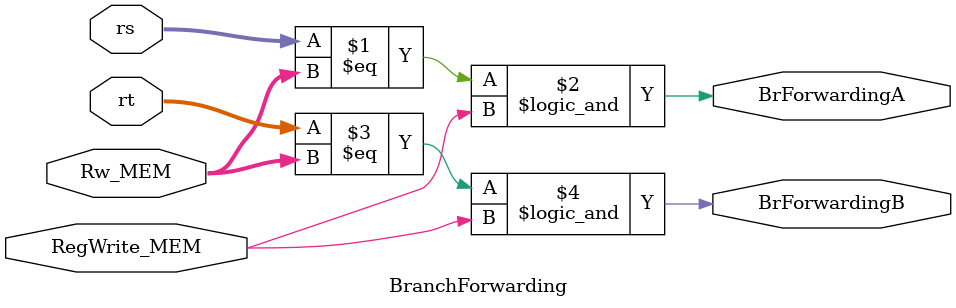
<source format=v>
module BranchForwarding(
    input wire [4:0] rs,
    input wire [4:0] rt,
    input wire [4:0] Rw_MEM,
    input wire RegWrite_MEM,
    output wire BrForwardingA,
    output wire BrForwardingB
);

    assign BrForwardingA = rs == Rw_MEM && RegWrite_MEM;
    assign BrForwardingB = rt == Rw_MEM && RegWrite_MEM;

endmodule
</source>
